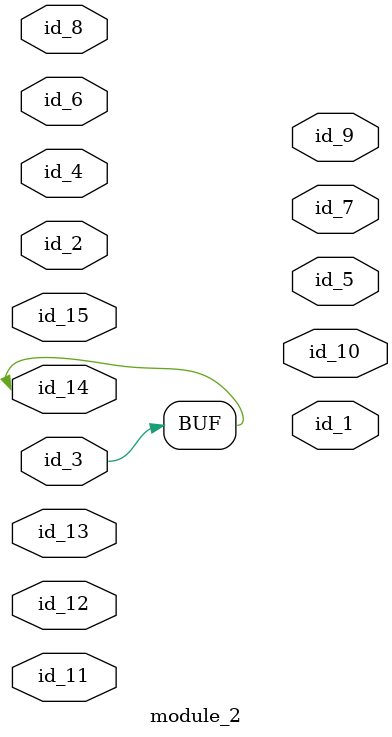
<source format=v>
module module_0;
  wor id_1;
  assign id_1 = -1'b0;
endmodule
module module_1 #(
    parameter id_5 = 32'd59
);
  assign id_1 = id_1;
  assign id_2 = id_1;
  assign id_1 = id_2;
  wire id_3;
  assign id_2 = id_1;
  wire id_4;
  defparam id_5 = -1;
  wand id_6 = id_5;
  module_0 modCall_1 ();
endmodule
module module_2 (
    id_1,
    id_2,
    id_3,
    id_4,
    id_5,
    id_6,
    id_7,
    id_8,
    id_9,
    id_10,
    id_11,
    id_12,
    id_13,
    id_14,
    id_15
);
  inout wire id_15;
  inout wire id_14;
  input wire id_13;
  input wire id_12;
  input wire id_11;
  output wire id_10;
  output wire id_9;
  inout wire id_8;
  output wire id_7;
  inout wire id_6;
  output wire id_5;
  inout wire id_4;
  input wire id_3;
  input wire id_2;
  output wire id_1;
  always id_14 <= #(id_2) id_3;
  module_0 modCall_1 ();
endmodule

</source>
